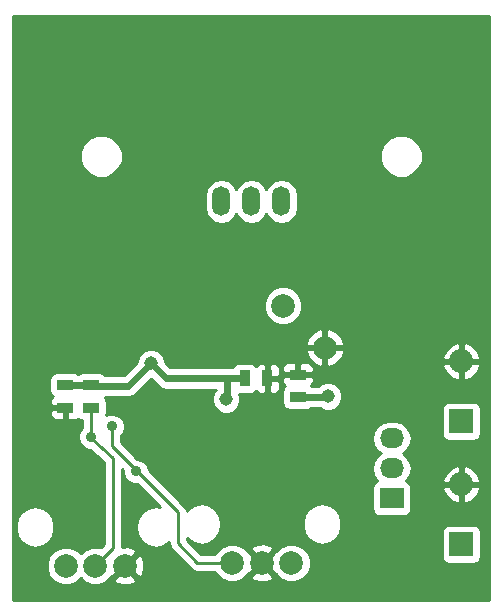
<source format=gbr>
G04 #@! TF.FileFunction,Copper,L2,Bot,Signal*
%FSLAX46Y46*%
G04 Gerber Fmt 4.6, Leading zero omitted, Abs format (unit mm)*
G04 Created by KiCad (PCBNEW 0.201503020946+5465~21~ubuntu14.04.1-product) date Mon 02 Mar 2015 21:37:45 CET*
%MOMM*%
G01*
G04 APERTURE LIST*
%ADD10C,0.100000*%
%ADD11R,1.397000X0.889000*%
%ADD12R,0.889000X1.397000*%
%ADD13O,1.501140X2.499360*%
%ADD14R,2.032000X2.032000*%
%ADD15O,2.032000X2.032000*%
%ADD16R,2.032000X1.727200*%
%ADD17O,2.032000X1.727200*%
%ADD18C,2.000000*%
%ADD19C,1.998980*%
%ADD20C,1.143000*%
%ADD21C,0.889000*%
%ADD22C,0.609600*%
%ADD23C,0.254000*%
G04 APERTURE END LIST*
D10*
D11*
X101092000Y-73977500D03*
X101092000Y-75882500D03*
X120777000Y-74993500D03*
X120777000Y-73088500D03*
D12*
X116268500Y-73406000D03*
X118173500Y-73406000D03*
D13*
X116840000Y-58420000D03*
X114300000Y-58420000D03*
X119380000Y-58420000D03*
D11*
X103251000Y-73977500D03*
X103251000Y-75882500D03*
D14*
X134620000Y-87439500D03*
D15*
X134620000Y-82359500D03*
D14*
X134620000Y-77025500D03*
D15*
X134620000Y-71945500D03*
D16*
X128714500Y-83566000D03*
D17*
X128714500Y-81026000D03*
X128714500Y-78486000D03*
D18*
X120229000Y-89027000D03*
X117729000Y-89027000D03*
X115229000Y-89027000D03*
X106132000Y-89281000D03*
X103632000Y-89281000D03*
X101132000Y-89281000D03*
D19*
X119517686Y-67257186D03*
X123054110Y-70793610D03*
D20*
X108331000Y-72136000D03*
X114681000Y-75184000D03*
X117602000Y-79502000D03*
X111125000Y-83312000D03*
X99060000Y-77343000D03*
X103505000Y-81915000D03*
X123317000Y-74930000D03*
D21*
X105029000Y-77470000D03*
X107061000Y-81280000D03*
X103251000Y-78359000D03*
D22*
X106426000Y-74041000D02*
X108331000Y-72136000D01*
X103314500Y-74041000D02*
X106426000Y-74041000D01*
X103251000Y-73977500D02*
X103314500Y-74041000D01*
X101092000Y-73977500D02*
X103251000Y-73977500D01*
X109601000Y-73406000D02*
X108331000Y-72136000D01*
X114808000Y-73406000D02*
X109601000Y-73406000D01*
X116268500Y-73406000D02*
X114808000Y-73406000D01*
X114681000Y-75184000D02*
X114808000Y-75057000D01*
X114808000Y-75057000D02*
X114808000Y-73406000D01*
X123253500Y-74993500D02*
X123317000Y-74930000D01*
X120777000Y-74993500D02*
X123253500Y-74993500D01*
D23*
X112268000Y-89027000D02*
X110617000Y-87376000D01*
X110617000Y-87376000D02*
X110617000Y-84709000D01*
X107061000Y-81153000D02*
X105029000Y-79121000D01*
X110617000Y-84709000D02*
X107061000Y-81153000D01*
X105029000Y-79121000D02*
X105029000Y-77470000D01*
X115229000Y-89027000D02*
X112268000Y-89027000D01*
X107061000Y-81280000D02*
X107061000Y-81153000D01*
X107124500Y-81216500D02*
X107061000Y-81280000D01*
X107061000Y-81280000D02*
X107124500Y-81216500D01*
X103251000Y-78359000D02*
X103251000Y-78486000D01*
X103251000Y-78486000D02*
X105156000Y-80137000D01*
X105156000Y-80137000D02*
X105156000Y-87757000D01*
X105156000Y-87757000D02*
X103632000Y-89281000D01*
X103251000Y-75882500D02*
X103251000Y-78359000D01*
G36*
X136983000Y-92152000D02*
X136283440Y-92152000D01*
X136283440Y-88455500D01*
X136283440Y-86423500D01*
X136283440Y-78041500D01*
X136283440Y-76009500D01*
X136236463Y-75767377D01*
X136225983Y-75751423D01*
X136225983Y-72328446D01*
X136225983Y-71562554D01*
X135957188Y-70977121D01*
X135484818Y-70539115D01*
X135002944Y-70339525D01*
X134747000Y-70458664D01*
X134747000Y-71818500D01*
X136107367Y-71818500D01*
X136225983Y-71562554D01*
X136225983Y-72328446D01*
X136107367Y-72072500D01*
X134747000Y-72072500D01*
X134747000Y-73432336D01*
X135002944Y-73551475D01*
X135484818Y-73351885D01*
X135957188Y-72913879D01*
X136225983Y-72328446D01*
X136225983Y-75751423D01*
X136096673Y-75554573D01*
X135885640Y-75412123D01*
X135636000Y-75362060D01*
X134493000Y-75362060D01*
X134493000Y-73432336D01*
X134493000Y-72072500D01*
X134493000Y-71818500D01*
X134493000Y-70458664D01*
X134237056Y-70339525D01*
X133755182Y-70539115D01*
X133282812Y-70977121D01*
X133014017Y-71562554D01*
X133132633Y-71818500D01*
X134493000Y-71818500D01*
X134493000Y-72072500D01*
X133132633Y-72072500D01*
X133014017Y-72328446D01*
X133282812Y-72913879D01*
X133755182Y-73351885D01*
X134237056Y-73551475D01*
X134493000Y-73432336D01*
X134493000Y-75362060D01*
X133604000Y-75362060D01*
X133361877Y-75409037D01*
X133149073Y-75548827D01*
X133006623Y-75759860D01*
X132956560Y-76009500D01*
X132956560Y-78041500D01*
X133003537Y-78283623D01*
X133143327Y-78496427D01*
X133354360Y-78638877D01*
X133604000Y-78688940D01*
X135636000Y-78688940D01*
X135878123Y-78641963D01*
X136090927Y-78502173D01*
X136233377Y-78291140D01*
X136283440Y-78041500D01*
X136283440Y-86423500D01*
X136236463Y-86181377D01*
X136225983Y-86165423D01*
X136225983Y-82742446D01*
X136225983Y-81976554D01*
X135957188Y-81391121D01*
X135484818Y-80953115D01*
X135002944Y-80753525D01*
X134747000Y-80872664D01*
X134747000Y-82232500D01*
X136107367Y-82232500D01*
X136225983Y-81976554D01*
X136225983Y-82742446D01*
X136107367Y-82486500D01*
X134747000Y-82486500D01*
X134747000Y-83846336D01*
X135002944Y-83965475D01*
X135484818Y-83765885D01*
X135957188Y-83327879D01*
X136225983Y-82742446D01*
X136225983Y-86165423D01*
X136096673Y-85968573D01*
X135885640Y-85826123D01*
X135636000Y-85776060D01*
X134493000Y-85776060D01*
X134493000Y-83846336D01*
X134493000Y-82486500D01*
X134493000Y-82232500D01*
X134493000Y-80872664D01*
X134237056Y-80753525D01*
X133755182Y-80953115D01*
X133282812Y-81391121D01*
X133014017Y-81976554D01*
X133132633Y-82232500D01*
X134493000Y-82232500D01*
X134493000Y-82486500D01*
X133132633Y-82486500D01*
X133014017Y-82742446D01*
X133282812Y-83327879D01*
X133755182Y-83765885D01*
X134237056Y-83965475D01*
X134493000Y-83846336D01*
X134493000Y-85776060D01*
X133604000Y-85776060D01*
X133361877Y-85823037D01*
X133149073Y-85962827D01*
X133006623Y-86173860D01*
X132956560Y-86423500D01*
X132956560Y-88455500D01*
X133003537Y-88697623D01*
X133143327Y-88910427D01*
X133354360Y-89052877D01*
X133604000Y-89102940D01*
X135636000Y-89102940D01*
X135878123Y-89055963D01*
X136090927Y-88916173D01*
X136233377Y-88705140D01*
X136283440Y-88455500D01*
X136283440Y-92152000D01*
X131331010Y-92152000D01*
X131331010Y-54255370D01*
X131058967Y-53596975D01*
X130555675Y-53092804D01*
X129897755Y-52819611D01*
X129185370Y-52818990D01*
X128526975Y-53091033D01*
X128022804Y-53594325D01*
X127749611Y-54252245D01*
X127748990Y-54964630D01*
X128021033Y-55623025D01*
X128524325Y-56127196D01*
X129182245Y-56400389D01*
X129894630Y-56401010D01*
X130553025Y-56128967D01*
X131057196Y-55625675D01*
X131330389Y-54967755D01*
X131331010Y-54255370D01*
X131331010Y-92152000D01*
X130397845Y-92152000D01*
X130397845Y-81026000D01*
X130283771Y-80452511D01*
X129958915Y-79966330D01*
X129644134Y-79756000D01*
X129958915Y-79545670D01*
X130283771Y-79059489D01*
X130397845Y-78486000D01*
X130283771Y-77912511D01*
X129958915Y-77426330D01*
X129472734Y-77101474D01*
X128899245Y-76987400D01*
X128529755Y-76987400D01*
X127956266Y-77101474D01*
X127470085Y-77426330D01*
X127145229Y-77912511D01*
X127031155Y-78486000D01*
X127145229Y-79059489D01*
X127470085Y-79545670D01*
X127784865Y-79756000D01*
X127470085Y-79966330D01*
X127145229Y-80452511D01*
X127031155Y-81026000D01*
X127145229Y-81599489D01*
X127470085Y-82085670D01*
X127485867Y-82096215D01*
X127456377Y-82101937D01*
X127243573Y-82241727D01*
X127101123Y-82452760D01*
X127051060Y-82702400D01*
X127051060Y-84429600D01*
X127098037Y-84671723D01*
X127237827Y-84884527D01*
X127448860Y-85026977D01*
X127698500Y-85077040D01*
X129730500Y-85077040D01*
X129972623Y-85030063D01*
X130185427Y-84890273D01*
X130327877Y-84679240D01*
X130377940Y-84429600D01*
X130377940Y-82702400D01*
X130330963Y-82460277D01*
X130191173Y-82247473D01*
X129980140Y-82105023D01*
X129941537Y-82097281D01*
X129958915Y-82085670D01*
X130283771Y-81599489D01*
X130397845Y-81026000D01*
X130397845Y-92152000D01*
X124675451Y-92152000D01*
X124675451Y-71178988D01*
X124675451Y-70408232D01*
X124404556Y-69817107D01*
X123928068Y-69374646D01*
X123439488Y-69172269D01*
X123181110Y-69291206D01*
X123181110Y-70666610D01*
X124556514Y-70666610D01*
X124675451Y-70408232D01*
X124675451Y-71178988D01*
X124556514Y-70920610D01*
X123181110Y-70920610D01*
X123181110Y-72296014D01*
X123439488Y-72414951D01*
X124030613Y-72144056D01*
X124473074Y-71667568D01*
X124675451Y-71178988D01*
X124675451Y-92152000D01*
X124523709Y-92152000D01*
X124523709Y-74691065D01*
X124340418Y-74247465D01*
X124001320Y-73907775D01*
X123558041Y-73723710D01*
X123078065Y-73723291D01*
X122927110Y-73785664D01*
X122927110Y-72296014D01*
X122927110Y-70920610D01*
X122927110Y-70666610D01*
X122927110Y-69291206D01*
X122668732Y-69172269D01*
X122077607Y-69443164D01*
X121635146Y-69919652D01*
X121432769Y-70408232D01*
X121551706Y-70666610D01*
X122927110Y-70666610D01*
X122927110Y-70920610D01*
X121551706Y-70920610D01*
X121432769Y-71178988D01*
X121703664Y-71770113D01*
X122180152Y-72212574D01*
X122668732Y-72414951D01*
X122927110Y-72296014D01*
X122927110Y-73785664D01*
X122634465Y-73906582D01*
X122487090Y-74053700D01*
X121876362Y-74053700D01*
X121862310Y-74044215D01*
X122013827Y-73892698D01*
X122110500Y-73659309D01*
X122110500Y-73374250D01*
X122110500Y-72802750D01*
X122110500Y-72517691D01*
X122013827Y-72284302D01*
X121835199Y-72105673D01*
X121601810Y-72009000D01*
X121349191Y-72009000D01*
X121152460Y-72009000D01*
X121152460Y-66933492D01*
X120904148Y-66332531D01*
X120765570Y-66193711D01*
X120765570Y-58956033D01*
X120765570Y-57883967D01*
X120660100Y-57353732D01*
X120359746Y-56904221D01*
X119910235Y-56603867D01*
X119380000Y-56498397D01*
X118849765Y-56603867D01*
X118400254Y-56904221D01*
X118110000Y-57338616D01*
X117819746Y-56904221D01*
X117370235Y-56603867D01*
X116840000Y-56498397D01*
X116309765Y-56603867D01*
X115860254Y-56904221D01*
X115570000Y-57338616D01*
X115279746Y-56904221D01*
X114830235Y-56603867D01*
X114300000Y-56498397D01*
X113769765Y-56603867D01*
X113320254Y-56904221D01*
X113019900Y-57353732D01*
X112914430Y-57883967D01*
X112914430Y-58956033D01*
X113019900Y-59486268D01*
X113320254Y-59935779D01*
X113769765Y-60236133D01*
X114300000Y-60341603D01*
X114830235Y-60236133D01*
X115279746Y-59935779D01*
X115570000Y-59501383D01*
X115860254Y-59935779D01*
X116309765Y-60236133D01*
X116840000Y-60341603D01*
X117370235Y-60236133D01*
X117819746Y-59935779D01*
X118110000Y-59501383D01*
X118400254Y-59935779D01*
X118849765Y-60236133D01*
X119380000Y-60341603D01*
X119910235Y-60236133D01*
X120359746Y-59935779D01*
X120660100Y-59486268D01*
X120765570Y-58956033D01*
X120765570Y-66193711D01*
X120444759Y-65872340D01*
X119844233Y-65622980D01*
X119193992Y-65622412D01*
X118593031Y-65870724D01*
X118132840Y-66330113D01*
X117883480Y-66930639D01*
X117882912Y-67580880D01*
X118131224Y-68181841D01*
X118590613Y-68642032D01*
X119191139Y-68891392D01*
X119841380Y-68891960D01*
X120442341Y-68643648D01*
X120902532Y-68184259D01*
X121151892Y-67583733D01*
X121152460Y-66933492D01*
X121152460Y-72009000D01*
X121062750Y-72009000D01*
X120904000Y-72167750D01*
X120904000Y-72961500D01*
X121951750Y-72961500D01*
X122110500Y-72802750D01*
X122110500Y-73374250D01*
X121951750Y-73215500D01*
X120904000Y-73215500D01*
X120904000Y-73235500D01*
X120650000Y-73235500D01*
X120650000Y-73215500D01*
X120650000Y-72961500D01*
X120650000Y-72167750D01*
X120491250Y-72009000D01*
X120204809Y-72009000D01*
X119952190Y-72009000D01*
X119718801Y-72105673D01*
X119540173Y-72284302D01*
X119443500Y-72517691D01*
X119443500Y-72802750D01*
X119602250Y-72961500D01*
X120650000Y-72961500D01*
X120650000Y-73215500D01*
X119602250Y-73215500D01*
X119443500Y-73374250D01*
X119443500Y-73659309D01*
X119540173Y-73892698D01*
X119691306Y-74043832D01*
X119623573Y-74088327D01*
X119481123Y-74299360D01*
X119431060Y-74549000D01*
X119431060Y-75438000D01*
X119478037Y-75680123D01*
X119617827Y-75892927D01*
X119828860Y-76035377D01*
X120078500Y-76085440D01*
X121475500Y-76085440D01*
X121717623Y-76038463D01*
X121877713Y-75933300D01*
X122613787Y-75933300D01*
X122632680Y-75952225D01*
X123075959Y-76136290D01*
X123555935Y-76136709D01*
X123999535Y-75953418D01*
X124339225Y-75614320D01*
X124523290Y-75171041D01*
X124523709Y-74691065D01*
X124523709Y-92152000D01*
X124464000Y-92152000D01*
X124464000Y-85860991D01*
X124464000Y-85593009D01*
X124339543Y-84967322D01*
X123985120Y-84436889D01*
X123454687Y-84082466D01*
X122829000Y-83958009D01*
X122203313Y-84082466D01*
X121672880Y-84436889D01*
X121318457Y-84967322D01*
X121194000Y-85593009D01*
X121194000Y-85860991D01*
X121318457Y-86486678D01*
X121672880Y-87017111D01*
X122203313Y-87371534D01*
X122829000Y-87495991D01*
X123454687Y-87371534D01*
X123985120Y-87017111D01*
X124339543Y-86486678D01*
X124464000Y-85860991D01*
X124464000Y-92152000D01*
X121864284Y-92152000D01*
X121864284Y-88703205D01*
X121615894Y-88102057D01*
X121156363Y-87641722D01*
X120555648Y-87392284D01*
X119905205Y-87391716D01*
X119304057Y-87640106D01*
X119253000Y-87691073D01*
X119253000Y-74230810D01*
X119253000Y-73978191D01*
X119253000Y-73691750D01*
X119253000Y-73120250D01*
X119253000Y-72833809D01*
X119253000Y-72581190D01*
X119156327Y-72347801D01*
X118977698Y-72169173D01*
X118744309Y-72072500D01*
X118459250Y-72072500D01*
X118300500Y-72231250D01*
X118300500Y-73279000D01*
X119094250Y-73279000D01*
X119253000Y-73120250D01*
X119253000Y-73691750D01*
X119094250Y-73533000D01*
X118300500Y-73533000D01*
X118300500Y-74580750D01*
X118459250Y-74739500D01*
X118744309Y-74739500D01*
X118977698Y-74642827D01*
X119156327Y-74464199D01*
X119253000Y-74230810D01*
X119253000Y-87691073D01*
X118887248Y-88056186D01*
X118881532Y-88054073D01*
X118701927Y-88233678D01*
X118701927Y-87874468D01*
X118603264Y-87607613D01*
X118046500Y-87400767D01*
X118046500Y-74580750D01*
X118046500Y-73533000D01*
X118026500Y-73533000D01*
X118026500Y-73279000D01*
X118046500Y-73279000D01*
X118046500Y-72231250D01*
X117887750Y-72072500D01*
X117602691Y-72072500D01*
X117369302Y-72169173D01*
X117218167Y-72320306D01*
X117173673Y-72252573D01*
X116962640Y-72110123D01*
X116713000Y-72060060D01*
X115824000Y-72060060D01*
X115581877Y-72107037D01*
X115369073Y-72246827D01*
X115226623Y-72457860D01*
X115224950Y-72466200D01*
X114808000Y-72466200D01*
X109990278Y-72466200D01*
X109537607Y-72013529D01*
X109537709Y-71897065D01*
X109354418Y-71453465D01*
X109015320Y-71113775D01*
X108572041Y-70929710D01*
X108092065Y-70929291D01*
X107648465Y-71112582D01*
X107308775Y-71451680D01*
X107124710Y-71894959D01*
X107124606Y-72013315D01*
X106036722Y-73101200D01*
X105931010Y-73101200D01*
X105931010Y-54255370D01*
X105658967Y-53596975D01*
X105155675Y-53092804D01*
X104497755Y-52819611D01*
X103785370Y-52818990D01*
X103126975Y-53091033D01*
X102622804Y-53594325D01*
X102349611Y-54252245D01*
X102348990Y-54964630D01*
X102621033Y-55623025D01*
X103124325Y-56127196D01*
X103782245Y-56400389D01*
X104494630Y-56401010D01*
X105153025Y-56128967D01*
X105657196Y-55625675D01*
X105930389Y-54967755D01*
X105931010Y-54255370D01*
X105931010Y-73101200D01*
X104425365Y-73101200D01*
X104410173Y-73078073D01*
X104199140Y-72935623D01*
X103949500Y-72885560D01*
X102552500Y-72885560D01*
X102310377Y-72932537D01*
X102171103Y-73024025D01*
X102040140Y-72935623D01*
X101790500Y-72885560D01*
X100393500Y-72885560D01*
X100151377Y-72932537D01*
X99938573Y-73072327D01*
X99796123Y-73283360D01*
X99746060Y-73533000D01*
X99746060Y-74422000D01*
X99793037Y-74664123D01*
X99932827Y-74876927D01*
X100006689Y-74926784D01*
X99855173Y-75078302D01*
X99758500Y-75311691D01*
X99758500Y-75596750D01*
X99917250Y-75755500D01*
X100965000Y-75755500D01*
X100965000Y-75735500D01*
X101219000Y-75735500D01*
X101219000Y-75755500D01*
X101239000Y-75755500D01*
X101239000Y-76009500D01*
X101219000Y-76009500D01*
X101219000Y-76803250D01*
X101377750Y-76962000D01*
X101664191Y-76962000D01*
X101916810Y-76962000D01*
X102150199Y-76865327D01*
X102176466Y-76839059D01*
X102302860Y-76924377D01*
X102489000Y-76961705D01*
X102489000Y-77594358D01*
X102336378Y-77746714D01*
X102171687Y-78143332D01*
X102171313Y-78572784D01*
X102335311Y-78969689D01*
X102638714Y-79273622D01*
X103035332Y-79438313D01*
X103186492Y-79438444D01*
X104394000Y-80484951D01*
X104394000Y-87441369D01*
X104121474Y-87713895D01*
X103958648Y-87646284D01*
X103308205Y-87645716D01*
X102707057Y-87894106D01*
X102381835Y-88218759D01*
X102059363Y-87895722D01*
X101458648Y-87646284D01*
X100965000Y-87645852D01*
X100965000Y-76803250D01*
X100965000Y-76009500D01*
X99917250Y-76009500D01*
X99758500Y-76168250D01*
X99758500Y-76453309D01*
X99855173Y-76686698D01*
X100033801Y-76865327D01*
X100267190Y-76962000D01*
X100519809Y-76962000D01*
X100806250Y-76962000D01*
X100965000Y-76803250D01*
X100965000Y-87645852D01*
X100808205Y-87645716D01*
X100207057Y-87894106D01*
X100167000Y-87934093D01*
X100167000Y-86114991D01*
X100167000Y-85847009D01*
X100042543Y-85221322D01*
X99688120Y-84690889D01*
X99157687Y-84336466D01*
X98532000Y-84212009D01*
X97906313Y-84336466D01*
X97375880Y-84690889D01*
X97021457Y-85221322D01*
X96897000Y-85847009D01*
X96897000Y-86114991D01*
X97021457Y-86740678D01*
X97375880Y-87271111D01*
X97906313Y-87625534D01*
X98532000Y-87749991D01*
X99157687Y-87625534D01*
X99688120Y-87271111D01*
X100042543Y-86740678D01*
X100167000Y-86114991D01*
X100167000Y-87934093D01*
X99746722Y-88353637D01*
X99497284Y-88954352D01*
X99496716Y-89604795D01*
X99745106Y-90205943D01*
X100204637Y-90666278D01*
X100805352Y-90915716D01*
X101455795Y-90916284D01*
X102056943Y-90667894D01*
X102382164Y-90343240D01*
X102704637Y-90666278D01*
X103305352Y-90915716D01*
X103955795Y-90916284D01*
X104556943Y-90667894D01*
X104973751Y-90251813D01*
X104979468Y-90253927D01*
X105952395Y-89281000D01*
X105938252Y-89266857D01*
X106117857Y-89087252D01*
X106132000Y-89101395D01*
X107104927Y-88128468D01*
X107006264Y-87861613D01*
X106396539Y-87635092D01*
X105918000Y-87652799D01*
X105918000Y-81087630D01*
X105981611Y-81151241D01*
X105981313Y-81493784D01*
X106145311Y-81890689D01*
X106448714Y-82194622D01*
X106845332Y-82359313D01*
X107189982Y-82359613D01*
X109119446Y-84289076D01*
X108732000Y-84212009D01*
X108106313Y-84336466D01*
X107575880Y-84690889D01*
X107221457Y-85221322D01*
X107097000Y-85847009D01*
X107097000Y-86114991D01*
X107221457Y-86740678D01*
X107575880Y-87271111D01*
X108106313Y-87625534D01*
X108732000Y-87749991D01*
X109357687Y-87625534D01*
X109855000Y-87293241D01*
X109855000Y-87376000D01*
X109913004Y-87667605D01*
X110078185Y-87914815D01*
X111729185Y-89565816D01*
X111976395Y-89730996D01*
X111976396Y-89730997D01*
X112268000Y-89789000D01*
X113774779Y-89789000D01*
X113842106Y-89951943D01*
X114301637Y-90412278D01*
X114902352Y-90661716D01*
X115552795Y-90662284D01*
X116153943Y-90413894D01*
X116570751Y-89997813D01*
X116576468Y-89999927D01*
X117549395Y-89027000D01*
X116576468Y-88054073D01*
X116570278Y-88056361D01*
X116156363Y-87641722D01*
X115555648Y-87392284D01*
X114905205Y-87391716D01*
X114304057Y-87640106D01*
X113843722Y-88099637D01*
X113775057Y-88265000D01*
X112583630Y-88265000D01*
X111379000Y-87060369D01*
X111379000Y-86876609D01*
X111472880Y-87017111D01*
X112003313Y-87371534D01*
X112629000Y-87495991D01*
X113254687Y-87371534D01*
X113785120Y-87017111D01*
X114139543Y-86486678D01*
X114264000Y-85860991D01*
X114264000Y-85593009D01*
X114139543Y-84967322D01*
X113785120Y-84436889D01*
X113254687Y-84082466D01*
X112629000Y-83958009D01*
X112003313Y-84082466D01*
X111472880Y-84436889D01*
X111358826Y-84607582D01*
X111320996Y-84417395D01*
X111155815Y-84170185D01*
X111155815Y-84170184D01*
X108140609Y-81154979D01*
X108140687Y-81066216D01*
X107976689Y-80669311D01*
X107673286Y-80365378D01*
X107276668Y-80200687D01*
X107186238Y-80200608D01*
X105791000Y-78805370D01*
X105791000Y-78234641D01*
X105943622Y-78082286D01*
X106108313Y-77685668D01*
X106108687Y-77256216D01*
X105944689Y-76859311D01*
X105641286Y-76555378D01*
X105244668Y-76390687D01*
X104815216Y-76390313D01*
X104563375Y-76494371D01*
X104596940Y-76327000D01*
X104596940Y-75438000D01*
X104549963Y-75195877D01*
X104410173Y-74983073D01*
X104406805Y-74980800D01*
X106426000Y-74980800D01*
X106785646Y-74909262D01*
X107090539Y-74705539D01*
X108331000Y-73465078D01*
X108936461Y-74070539D01*
X109241354Y-74274262D01*
X109601000Y-74345800D01*
X113812923Y-74345800D01*
X113658775Y-74499680D01*
X113474710Y-74942959D01*
X113474291Y-75422935D01*
X113657582Y-75866535D01*
X113996680Y-76206225D01*
X114439959Y-76390290D01*
X114919935Y-76390709D01*
X115363535Y-76207418D01*
X115703225Y-75868320D01*
X115887290Y-75425041D01*
X115887709Y-74945065D01*
X115806458Y-74748422D01*
X115824000Y-74751940D01*
X116713000Y-74751940D01*
X116955123Y-74704963D01*
X117167927Y-74565173D01*
X117217784Y-74491310D01*
X117369302Y-74642827D01*
X117602691Y-74739500D01*
X117887750Y-74739500D01*
X118046500Y-74580750D01*
X118046500Y-87400767D01*
X117993539Y-87381092D01*
X117343540Y-87405144D01*
X116854736Y-87607613D01*
X116756073Y-87874468D01*
X117729000Y-88847395D01*
X118701927Y-87874468D01*
X118701927Y-88233678D01*
X117908605Y-89027000D01*
X118881532Y-89999927D01*
X118887721Y-89997638D01*
X119301637Y-90412278D01*
X119902352Y-90661716D01*
X120552795Y-90662284D01*
X121153943Y-90413894D01*
X121614278Y-89954363D01*
X121863716Y-89353648D01*
X121864284Y-88703205D01*
X121864284Y-92152000D01*
X118701927Y-92152000D01*
X118701927Y-90179532D01*
X117729000Y-89206605D01*
X116756073Y-90179532D01*
X116854736Y-90446387D01*
X117464461Y-90672908D01*
X118114460Y-90648856D01*
X118603264Y-90446387D01*
X118701927Y-90179532D01*
X118701927Y-92152000D01*
X107777908Y-92152000D01*
X107777908Y-89545539D01*
X107753856Y-88895540D01*
X107551387Y-88406736D01*
X107284532Y-88308073D01*
X106311605Y-89281000D01*
X107284532Y-90253927D01*
X107551387Y-90155264D01*
X107777908Y-89545539D01*
X107777908Y-92152000D01*
X107104927Y-92152000D01*
X107104927Y-90433532D01*
X106132000Y-89460605D01*
X105159073Y-90433532D01*
X105257736Y-90700387D01*
X105867461Y-90926908D01*
X106517460Y-90902856D01*
X107006264Y-90700387D01*
X107104927Y-90433532D01*
X107104927Y-92152000D01*
X96697000Y-92152000D01*
X96697000Y-42722000D01*
X136983000Y-42722000D01*
X136983000Y-92152000D01*
X136983000Y-92152000D01*
G37*
X136983000Y-92152000D02*
X136283440Y-92152000D01*
X136283440Y-88455500D01*
X136283440Y-86423500D01*
X136283440Y-78041500D01*
X136283440Y-76009500D01*
X136236463Y-75767377D01*
X136225983Y-75751423D01*
X136225983Y-72328446D01*
X136225983Y-71562554D01*
X135957188Y-70977121D01*
X135484818Y-70539115D01*
X135002944Y-70339525D01*
X134747000Y-70458664D01*
X134747000Y-71818500D01*
X136107367Y-71818500D01*
X136225983Y-71562554D01*
X136225983Y-72328446D01*
X136107367Y-72072500D01*
X134747000Y-72072500D01*
X134747000Y-73432336D01*
X135002944Y-73551475D01*
X135484818Y-73351885D01*
X135957188Y-72913879D01*
X136225983Y-72328446D01*
X136225983Y-75751423D01*
X136096673Y-75554573D01*
X135885640Y-75412123D01*
X135636000Y-75362060D01*
X134493000Y-75362060D01*
X134493000Y-73432336D01*
X134493000Y-72072500D01*
X134493000Y-71818500D01*
X134493000Y-70458664D01*
X134237056Y-70339525D01*
X133755182Y-70539115D01*
X133282812Y-70977121D01*
X133014017Y-71562554D01*
X133132633Y-71818500D01*
X134493000Y-71818500D01*
X134493000Y-72072500D01*
X133132633Y-72072500D01*
X133014017Y-72328446D01*
X133282812Y-72913879D01*
X133755182Y-73351885D01*
X134237056Y-73551475D01*
X134493000Y-73432336D01*
X134493000Y-75362060D01*
X133604000Y-75362060D01*
X133361877Y-75409037D01*
X133149073Y-75548827D01*
X133006623Y-75759860D01*
X132956560Y-76009500D01*
X132956560Y-78041500D01*
X133003537Y-78283623D01*
X133143327Y-78496427D01*
X133354360Y-78638877D01*
X133604000Y-78688940D01*
X135636000Y-78688940D01*
X135878123Y-78641963D01*
X136090927Y-78502173D01*
X136233377Y-78291140D01*
X136283440Y-78041500D01*
X136283440Y-86423500D01*
X136236463Y-86181377D01*
X136225983Y-86165423D01*
X136225983Y-82742446D01*
X136225983Y-81976554D01*
X135957188Y-81391121D01*
X135484818Y-80953115D01*
X135002944Y-80753525D01*
X134747000Y-80872664D01*
X134747000Y-82232500D01*
X136107367Y-82232500D01*
X136225983Y-81976554D01*
X136225983Y-82742446D01*
X136107367Y-82486500D01*
X134747000Y-82486500D01*
X134747000Y-83846336D01*
X135002944Y-83965475D01*
X135484818Y-83765885D01*
X135957188Y-83327879D01*
X136225983Y-82742446D01*
X136225983Y-86165423D01*
X136096673Y-85968573D01*
X135885640Y-85826123D01*
X135636000Y-85776060D01*
X134493000Y-85776060D01*
X134493000Y-83846336D01*
X134493000Y-82486500D01*
X134493000Y-82232500D01*
X134493000Y-80872664D01*
X134237056Y-80753525D01*
X133755182Y-80953115D01*
X133282812Y-81391121D01*
X133014017Y-81976554D01*
X133132633Y-82232500D01*
X134493000Y-82232500D01*
X134493000Y-82486500D01*
X133132633Y-82486500D01*
X133014017Y-82742446D01*
X133282812Y-83327879D01*
X133755182Y-83765885D01*
X134237056Y-83965475D01*
X134493000Y-83846336D01*
X134493000Y-85776060D01*
X133604000Y-85776060D01*
X133361877Y-85823037D01*
X133149073Y-85962827D01*
X133006623Y-86173860D01*
X132956560Y-86423500D01*
X132956560Y-88455500D01*
X133003537Y-88697623D01*
X133143327Y-88910427D01*
X133354360Y-89052877D01*
X133604000Y-89102940D01*
X135636000Y-89102940D01*
X135878123Y-89055963D01*
X136090927Y-88916173D01*
X136233377Y-88705140D01*
X136283440Y-88455500D01*
X136283440Y-92152000D01*
X131331010Y-92152000D01*
X131331010Y-54255370D01*
X131058967Y-53596975D01*
X130555675Y-53092804D01*
X129897755Y-52819611D01*
X129185370Y-52818990D01*
X128526975Y-53091033D01*
X128022804Y-53594325D01*
X127749611Y-54252245D01*
X127748990Y-54964630D01*
X128021033Y-55623025D01*
X128524325Y-56127196D01*
X129182245Y-56400389D01*
X129894630Y-56401010D01*
X130553025Y-56128967D01*
X131057196Y-55625675D01*
X131330389Y-54967755D01*
X131331010Y-54255370D01*
X131331010Y-92152000D01*
X130397845Y-92152000D01*
X130397845Y-81026000D01*
X130283771Y-80452511D01*
X129958915Y-79966330D01*
X129644134Y-79756000D01*
X129958915Y-79545670D01*
X130283771Y-79059489D01*
X130397845Y-78486000D01*
X130283771Y-77912511D01*
X129958915Y-77426330D01*
X129472734Y-77101474D01*
X128899245Y-76987400D01*
X128529755Y-76987400D01*
X127956266Y-77101474D01*
X127470085Y-77426330D01*
X127145229Y-77912511D01*
X127031155Y-78486000D01*
X127145229Y-79059489D01*
X127470085Y-79545670D01*
X127784865Y-79756000D01*
X127470085Y-79966330D01*
X127145229Y-80452511D01*
X127031155Y-81026000D01*
X127145229Y-81599489D01*
X127470085Y-82085670D01*
X127485867Y-82096215D01*
X127456377Y-82101937D01*
X127243573Y-82241727D01*
X127101123Y-82452760D01*
X127051060Y-82702400D01*
X127051060Y-84429600D01*
X127098037Y-84671723D01*
X127237827Y-84884527D01*
X127448860Y-85026977D01*
X127698500Y-85077040D01*
X129730500Y-85077040D01*
X129972623Y-85030063D01*
X130185427Y-84890273D01*
X130327877Y-84679240D01*
X130377940Y-84429600D01*
X130377940Y-82702400D01*
X130330963Y-82460277D01*
X130191173Y-82247473D01*
X129980140Y-82105023D01*
X129941537Y-82097281D01*
X129958915Y-82085670D01*
X130283771Y-81599489D01*
X130397845Y-81026000D01*
X130397845Y-92152000D01*
X124675451Y-92152000D01*
X124675451Y-71178988D01*
X124675451Y-70408232D01*
X124404556Y-69817107D01*
X123928068Y-69374646D01*
X123439488Y-69172269D01*
X123181110Y-69291206D01*
X123181110Y-70666610D01*
X124556514Y-70666610D01*
X124675451Y-70408232D01*
X124675451Y-71178988D01*
X124556514Y-70920610D01*
X123181110Y-70920610D01*
X123181110Y-72296014D01*
X123439488Y-72414951D01*
X124030613Y-72144056D01*
X124473074Y-71667568D01*
X124675451Y-71178988D01*
X124675451Y-92152000D01*
X124523709Y-92152000D01*
X124523709Y-74691065D01*
X124340418Y-74247465D01*
X124001320Y-73907775D01*
X123558041Y-73723710D01*
X123078065Y-73723291D01*
X122927110Y-73785664D01*
X122927110Y-72296014D01*
X122927110Y-70920610D01*
X122927110Y-70666610D01*
X122927110Y-69291206D01*
X122668732Y-69172269D01*
X122077607Y-69443164D01*
X121635146Y-69919652D01*
X121432769Y-70408232D01*
X121551706Y-70666610D01*
X122927110Y-70666610D01*
X122927110Y-70920610D01*
X121551706Y-70920610D01*
X121432769Y-71178988D01*
X121703664Y-71770113D01*
X122180152Y-72212574D01*
X122668732Y-72414951D01*
X122927110Y-72296014D01*
X122927110Y-73785664D01*
X122634465Y-73906582D01*
X122487090Y-74053700D01*
X121876362Y-74053700D01*
X121862310Y-74044215D01*
X122013827Y-73892698D01*
X122110500Y-73659309D01*
X122110500Y-73374250D01*
X122110500Y-72802750D01*
X122110500Y-72517691D01*
X122013827Y-72284302D01*
X121835199Y-72105673D01*
X121601810Y-72009000D01*
X121349191Y-72009000D01*
X121152460Y-72009000D01*
X121152460Y-66933492D01*
X120904148Y-66332531D01*
X120765570Y-66193711D01*
X120765570Y-58956033D01*
X120765570Y-57883967D01*
X120660100Y-57353732D01*
X120359746Y-56904221D01*
X119910235Y-56603867D01*
X119380000Y-56498397D01*
X118849765Y-56603867D01*
X118400254Y-56904221D01*
X118110000Y-57338616D01*
X117819746Y-56904221D01*
X117370235Y-56603867D01*
X116840000Y-56498397D01*
X116309765Y-56603867D01*
X115860254Y-56904221D01*
X115570000Y-57338616D01*
X115279746Y-56904221D01*
X114830235Y-56603867D01*
X114300000Y-56498397D01*
X113769765Y-56603867D01*
X113320254Y-56904221D01*
X113019900Y-57353732D01*
X112914430Y-57883967D01*
X112914430Y-58956033D01*
X113019900Y-59486268D01*
X113320254Y-59935779D01*
X113769765Y-60236133D01*
X114300000Y-60341603D01*
X114830235Y-60236133D01*
X115279746Y-59935779D01*
X115570000Y-59501383D01*
X115860254Y-59935779D01*
X116309765Y-60236133D01*
X116840000Y-60341603D01*
X117370235Y-60236133D01*
X117819746Y-59935779D01*
X118110000Y-59501383D01*
X118400254Y-59935779D01*
X118849765Y-60236133D01*
X119380000Y-60341603D01*
X119910235Y-60236133D01*
X120359746Y-59935779D01*
X120660100Y-59486268D01*
X120765570Y-58956033D01*
X120765570Y-66193711D01*
X120444759Y-65872340D01*
X119844233Y-65622980D01*
X119193992Y-65622412D01*
X118593031Y-65870724D01*
X118132840Y-66330113D01*
X117883480Y-66930639D01*
X117882912Y-67580880D01*
X118131224Y-68181841D01*
X118590613Y-68642032D01*
X119191139Y-68891392D01*
X119841380Y-68891960D01*
X120442341Y-68643648D01*
X120902532Y-68184259D01*
X121151892Y-67583733D01*
X121152460Y-66933492D01*
X121152460Y-72009000D01*
X121062750Y-72009000D01*
X120904000Y-72167750D01*
X120904000Y-72961500D01*
X121951750Y-72961500D01*
X122110500Y-72802750D01*
X122110500Y-73374250D01*
X121951750Y-73215500D01*
X120904000Y-73215500D01*
X120904000Y-73235500D01*
X120650000Y-73235500D01*
X120650000Y-73215500D01*
X120650000Y-72961500D01*
X120650000Y-72167750D01*
X120491250Y-72009000D01*
X120204809Y-72009000D01*
X119952190Y-72009000D01*
X119718801Y-72105673D01*
X119540173Y-72284302D01*
X119443500Y-72517691D01*
X119443500Y-72802750D01*
X119602250Y-72961500D01*
X120650000Y-72961500D01*
X120650000Y-73215500D01*
X119602250Y-73215500D01*
X119443500Y-73374250D01*
X119443500Y-73659309D01*
X119540173Y-73892698D01*
X119691306Y-74043832D01*
X119623573Y-74088327D01*
X119481123Y-74299360D01*
X119431060Y-74549000D01*
X119431060Y-75438000D01*
X119478037Y-75680123D01*
X119617827Y-75892927D01*
X119828860Y-76035377D01*
X120078500Y-76085440D01*
X121475500Y-76085440D01*
X121717623Y-76038463D01*
X121877713Y-75933300D01*
X122613787Y-75933300D01*
X122632680Y-75952225D01*
X123075959Y-76136290D01*
X123555935Y-76136709D01*
X123999535Y-75953418D01*
X124339225Y-75614320D01*
X124523290Y-75171041D01*
X124523709Y-74691065D01*
X124523709Y-92152000D01*
X124464000Y-92152000D01*
X124464000Y-85860991D01*
X124464000Y-85593009D01*
X124339543Y-84967322D01*
X123985120Y-84436889D01*
X123454687Y-84082466D01*
X122829000Y-83958009D01*
X122203313Y-84082466D01*
X121672880Y-84436889D01*
X121318457Y-84967322D01*
X121194000Y-85593009D01*
X121194000Y-85860991D01*
X121318457Y-86486678D01*
X121672880Y-87017111D01*
X122203313Y-87371534D01*
X122829000Y-87495991D01*
X123454687Y-87371534D01*
X123985120Y-87017111D01*
X124339543Y-86486678D01*
X124464000Y-85860991D01*
X124464000Y-92152000D01*
X121864284Y-92152000D01*
X121864284Y-88703205D01*
X121615894Y-88102057D01*
X121156363Y-87641722D01*
X120555648Y-87392284D01*
X119905205Y-87391716D01*
X119304057Y-87640106D01*
X119253000Y-87691073D01*
X119253000Y-74230810D01*
X119253000Y-73978191D01*
X119253000Y-73691750D01*
X119253000Y-73120250D01*
X119253000Y-72833809D01*
X119253000Y-72581190D01*
X119156327Y-72347801D01*
X118977698Y-72169173D01*
X118744309Y-72072500D01*
X118459250Y-72072500D01*
X118300500Y-72231250D01*
X118300500Y-73279000D01*
X119094250Y-73279000D01*
X119253000Y-73120250D01*
X119253000Y-73691750D01*
X119094250Y-73533000D01*
X118300500Y-73533000D01*
X118300500Y-74580750D01*
X118459250Y-74739500D01*
X118744309Y-74739500D01*
X118977698Y-74642827D01*
X119156327Y-74464199D01*
X119253000Y-74230810D01*
X119253000Y-87691073D01*
X118887248Y-88056186D01*
X118881532Y-88054073D01*
X118701927Y-88233678D01*
X118701927Y-87874468D01*
X118603264Y-87607613D01*
X118046500Y-87400767D01*
X118046500Y-74580750D01*
X118046500Y-73533000D01*
X118026500Y-73533000D01*
X118026500Y-73279000D01*
X118046500Y-73279000D01*
X118046500Y-72231250D01*
X117887750Y-72072500D01*
X117602691Y-72072500D01*
X117369302Y-72169173D01*
X117218167Y-72320306D01*
X117173673Y-72252573D01*
X116962640Y-72110123D01*
X116713000Y-72060060D01*
X115824000Y-72060060D01*
X115581877Y-72107037D01*
X115369073Y-72246827D01*
X115226623Y-72457860D01*
X115224950Y-72466200D01*
X114808000Y-72466200D01*
X109990278Y-72466200D01*
X109537607Y-72013529D01*
X109537709Y-71897065D01*
X109354418Y-71453465D01*
X109015320Y-71113775D01*
X108572041Y-70929710D01*
X108092065Y-70929291D01*
X107648465Y-71112582D01*
X107308775Y-71451680D01*
X107124710Y-71894959D01*
X107124606Y-72013315D01*
X106036722Y-73101200D01*
X105931010Y-73101200D01*
X105931010Y-54255370D01*
X105658967Y-53596975D01*
X105155675Y-53092804D01*
X104497755Y-52819611D01*
X103785370Y-52818990D01*
X103126975Y-53091033D01*
X102622804Y-53594325D01*
X102349611Y-54252245D01*
X102348990Y-54964630D01*
X102621033Y-55623025D01*
X103124325Y-56127196D01*
X103782245Y-56400389D01*
X104494630Y-56401010D01*
X105153025Y-56128967D01*
X105657196Y-55625675D01*
X105930389Y-54967755D01*
X105931010Y-54255370D01*
X105931010Y-73101200D01*
X104425365Y-73101200D01*
X104410173Y-73078073D01*
X104199140Y-72935623D01*
X103949500Y-72885560D01*
X102552500Y-72885560D01*
X102310377Y-72932537D01*
X102171103Y-73024025D01*
X102040140Y-72935623D01*
X101790500Y-72885560D01*
X100393500Y-72885560D01*
X100151377Y-72932537D01*
X99938573Y-73072327D01*
X99796123Y-73283360D01*
X99746060Y-73533000D01*
X99746060Y-74422000D01*
X99793037Y-74664123D01*
X99932827Y-74876927D01*
X100006689Y-74926784D01*
X99855173Y-75078302D01*
X99758500Y-75311691D01*
X99758500Y-75596750D01*
X99917250Y-75755500D01*
X100965000Y-75755500D01*
X100965000Y-75735500D01*
X101219000Y-75735500D01*
X101219000Y-75755500D01*
X101239000Y-75755500D01*
X101239000Y-76009500D01*
X101219000Y-76009500D01*
X101219000Y-76803250D01*
X101377750Y-76962000D01*
X101664191Y-76962000D01*
X101916810Y-76962000D01*
X102150199Y-76865327D01*
X102176466Y-76839059D01*
X102302860Y-76924377D01*
X102489000Y-76961705D01*
X102489000Y-77594358D01*
X102336378Y-77746714D01*
X102171687Y-78143332D01*
X102171313Y-78572784D01*
X102335311Y-78969689D01*
X102638714Y-79273622D01*
X103035332Y-79438313D01*
X103186492Y-79438444D01*
X104394000Y-80484951D01*
X104394000Y-87441369D01*
X104121474Y-87713895D01*
X103958648Y-87646284D01*
X103308205Y-87645716D01*
X102707057Y-87894106D01*
X102381835Y-88218759D01*
X102059363Y-87895722D01*
X101458648Y-87646284D01*
X100965000Y-87645852D01*
X100965000Y-76803250D01*
X100965000Y-76009500D01*
X99917250Y-76009500D01*
X99758500Y-76168250D01*
X99758500Y-76453309D01*
X99855173Y-76686698D01*
X100033801Y-76865327D01*
X100267190Y-76962000D01*
X100519809Y-76962000D01*
X100806250Y-76962000D01*
X100965000Y-76803250D01*
X100965000Y-87645852D01*
X100808205Y-87645716D01*
X100207057Y-87894106D01*
X100167000Y-87934093D01*
X100167000Y-86114991D01*
X100167000Y-85847009D01*
X100042543Y-85221322D01*
X99688120Y-84690889D01*
X99157687Y-84336466D01*
X98532000Y-84212009D01*
X97906313Y-84336466D01*
X97375880Y-84690889D01*
X97021457Y-85221322D01*
X96897000Y-85847009D01*
X96897000Y-86114991D01*
X97021457Y-86740678D01*
X97375880Y-87271111D01*
X97906313Y-87625534D01*
X98532000Y-87749991D01*
X99157687Y-87625534D01*
X99688120Y-87271111D01*
X100042543Y-86740678D01*
X100167000Y-86114991D01*
X100167000Y-87934093D01*
X99746722Y-88353637D01*
X99497284Y-88954352D01*
X99496716Y-89604795D01*
X99745106Y-90205943D01*
X100204637Y-90666278D01*
X100805352Y-90915716D01*
X101455795Y-90916284D01*
X102056943Y-90667894D01*
X102382164Y-90343240D01*
X102704637Y-90666278D01*
X103305352Y-90915716D01*
X103955795Y-90916284D01*
X104556943Y-90667894D01*
X104973751Y-90251813D01*
X104979468Y-90253927D01*
X105952395Y-89281000D01*
X105938252Y-89266857D01*
X106117857Y-89087252D01*
X106132000Y-89101395D01*
X107104927Y-88128468D01*
X107006264Y-87861613D01*
X106396539Y-87635092D01*
X105918000Y-87652799D01*
X105918000Y-81087630D01*
X105981611Y-81151241D01*
X105981313Y-81493784D01*
X106145311Y-81890689D01*
X106448714Y-82194622D01*
X106845332Y-82359313D01*
X107189982Y-82359613D01*
X109119446Y-84289076D01*
X108732000Y-84212009D01*
X108106313Y-84336466D01*
X107575880Y-84690889D01*
X107221457Y-85221322D01*
X107097000Y-85847009D01*
X107097000Y-86114991D01*
X107221457Y-86740678D01*
X107575880Y-87271111D01*
X108106313Y-87625534D01*
X108732000Y-87749991D01*
X109357687Y-87625534D01*
X109855000Y-87293241D01*
X109855000Y-87376000D01*
X109913004Y-87667605D01*
X110078185Y-87914815D01*
X111729185Y-89565816D01*
X111976395Y-89730996D01*
X111976396Y-89730997D01*
X112268000Y-89789000D01*
X113774779Y-89789000D01*
X113842106Y-89951943D01*
X114301637Y-90412278D01*
X114902352Y-90661716D01*
X115552795Y-90662284D01*
X116153943Y-90413894D01*
X116570751Y-89997813D01*
X116576468Y-89999927D01*
X117549395Y-89027000D01*
X116576468Y-88054073D01*
X116570278Y-88056361D01*
X116156363Y-87641722D01*
X115555648Y-87392284D01*
X114905205Y-87391716D01*
X114304057Y-87640106D01*
X113843722Y-88099637D01*
X113775057Y-88265000D01*
X112583630Y-88265000D01*
X111379000Y-87060369D01*
X111379000Y-86876609D01*
X111472880Y-87017111D01*
X112003313Y-87371534D01*
X112629000Y-87495991D01*
X113254687Y-87371534D01*
X113785120Y-87017111D01*
X114139543Y-86486678D01*
X114264000Y-85860991D01*
X114264000Y-85593009D01*
X114139543Y-84967322D01*
X113785120Y-84436889D01*
X113254687Y-84082466D01*
X112629000Y-83958009D01*
X112003313Y-84082466D01*
X111472880Y-84436889D01*
X111358826Y-84607582D01*
X111320996Y-84417395D01*
X111155815Y-84170185D01*
X111155815Y-84170184D01*
X108140609Y-81154979D01*
X108140687Y-81066216D01*
X107976689Y-80669311D01*
X107673286Y-80365378D01*
X107276668Y-80200687D01*
X107186238Y-80200608D01*
X105791000Y-78805370D01*
X105791000Y-78234641D01*
X105943622Y-78082286D01*
X106108313Y-77685668D01*
X106108687Y-77256216D01*
X105944689Y-76859311D01*
X105641286Y-76555378D01*
X105244668Y-76390687D01*
X104815216Y-76390313D01*
X104563375Y-76494371D01*
X104596940Y-76327000D01*
X104596940Y-75438000D01*
X104549963Y-75195877D01*
X104410173Y-74983073D01*
X104406805Y-74980800D01*
X106426000Y-74980800D01*
X106785646Y-74909262D01*
X107090539Y-74705539D01*
X108331000Y-73465078D01*
X108936461Y-74070539D01*
X109241354Y-74274262D01*
X109601000Y-74345800D01*
X113812923Y-74345800D01*
X113658775Y-74499680D01*
X113474710Y-74942959D01*
X113474291Y-75422935D01*
X113657582Y-75866535D01*
X113996680Y-76206225D01*
X114439959Y-76390290D01*
X114919935Y-76390709D01*
X115363535Y-76207418D01*
X115703225Y-75868320D01*
X115887290Y-75425041D01*
X115887709Y-74945065D01*
X115806458Y-74748422D01*
X115824000Y-74751940D01*
X116713000Y-74751940D01*
X116955123Y-74704963D01*
X117167927Y-74565173D01*
X117217784Y-74491310D01*
X117369302Y-74642827D01*
X117602691Y-74739500D01*
X117887750Y-74739500D01*
X118046500Y-74580750D01*
X118046500Y-87400767D01*
X117993539Y-87381092D01*
X117343540Y-87405144D01*
X116854736Y-87607613D01*
X116756073Y-87874468D01*
X117729000Y-88847395D01*
X118701927Y-87874468D01*
X118701927Y-88233678D01*
X117908605Y-89027000D01*
X118881532Y-89999927D01*
X118887721Y-89997638D01*
X119301637Y-90412278D01*
X119902352Y-90661716D01*
X120552795Y-90662284D01*
X121153943Y-90413894D01*
X121614278Y-89954363D01*
X121863716Y-89353648D01*
X121864284Y-88703205D01*
X121864284Y-92152000D01*
X118701927Y-92152000D01*
X118701927Y-90179532D01*
X117729000Y-89206605D01*
X116756073Y-90179532D01*
X116854736Y-90446387D01*
X117464461Y-90672908D01*
X118114460Y-90648856D01*
X118603264Y-90446387D01*
X118701927Y-90179532D01*
X118701927Y-92152000D01*
X107777908Y-92152000D01*
X107777908Y-89545539D01*
X107753856Y-88895540D01*
X107551387Y-88406736D01*
X107284532Y-88308073D01*
X106311605Y-89281000D01*
X107284532Y-90253927D01*
X107551387Y-90155264D01*
X107777908Y-89545539D01*
X107777908Y-92152000D01*
X107104927Y-92152000D01*
X107104927Y-90433532D01*
X106132000Y-89460605D01*
X105159073Y-90433532D01*
X105257736Y-90700387D01*
X105867461Y-90926908D01*
X106517460Y-90902856D01*
X107006264Y-90700387D01*
X107104927Y-90433532D01*
X107104927Y-92152000D01*
X96697000Y-92152000D01*
X96697000Y-42722000D01*
X136983000Y-42722000D01*
X136983000Y-92152000D01*
M02*

</source>
